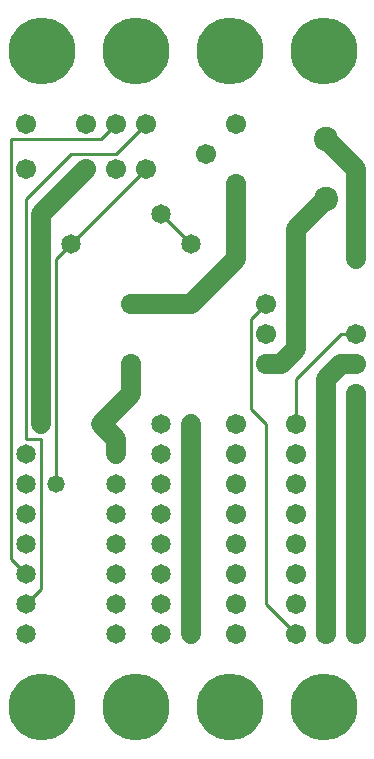
<source format=gtl>
%MOIN*%
%FSLAX25Y25*%
G04 D10 used for Character Trace; *
G04     Circle (OD=.01000) (No hole)*
G04 D11 used for Power Trace; *
G04     Circle (OD=.06700) (No hole)*
G04 D12 used for Signal Trace; *
G04     Circle (OD=.01100) (No hole)*
G04 D13 used for Via; *
G04     Circle (OD=.05800) (Round. Hole ID=.02800)*
G04 D14 used for Component hole; *
G04     Circle (OD=.06500) (Round. Hole ID=.03500)*
G04 D15 used for Component hole; *
G04     Circle (OD=.06700) (Round. Hole ID=.04300)*
G04 D16 used for Component hole; *
G04     Circle (OD=.08100) (Round. Hole ID=.05100)*
G04 D17 used for Component hole; *
G04     Circle (OD=.08900) (Round. Hole ID=.05900)*
G04 D18 used for Component hole; *
G04     Circle (OD=.11300) (Round. Hole ID=.08300)*
G04 D19 used for Component hole; *
G04     Circle (OD=.16000) (Round. Hole ID=.13000)*
G04 D20 used for Component hole; *
G04     Circle (OD=.18300) (Round. Hole ID=.15300)*
G04 D21 used for Component hole; *
G04     Circle (OD=.22291) (Round. Hole ID=.19291)*
%ADD10C,.01000*%
%ADD11C,.06700*%
%ADD12C,.01100*%
%ADD13C,.05800*%
%ADD14C,.06500*%
%ADD15C,.06700*%
%ADD16C,.08100*%
%ADD17C,.08900*%
%ADD18C,.11300*%
%ADD19C,.16000*%
%ADD20C,.18300*%
%ADD21C,.22291*%
%IPPOS*%
%LPD*%
G90*X0Y0D02*D21*X15625Y15625D03*D14*              
X40000Y40000D03*X10000D03*D21*X46875Y15625D03*D14*
X40000Y50000D03*X10000D03*D12*X15000Y55000D01*    
Y105000D01*X10000D01*Y185000D01*X25000Y200000D01* 
X40000D01*X50000Y210000D01*D15*D03*X40000D03*D12* 
X35000Y205000D01*X5000D01*Y65000D01*              
X10000Y60000D01*D14*D03*Y70000D03*Y80000D03*      
X40000Y90000D03*D13*X20000D03*D12*Y165000D01*     
X25000Y170000D01*D14*D03*D12*X50000Y195000D01*D15*
D03*X40000D03*D14*X55000Y180000D03*D12*           
X65000Y170000D01*D14*D03*D11*Y150000D02*          
X80000Y165000D01*X45000Y150000D02*X65000D01*D15*  
X45000D03*Y130000D03*D11*Y120000D01*              
X35000Y110000D01*D14*D03*D11*X40000Y105000D01*    
Y100000D01*D14*D03*X55000Y90000D03*Y100000D03*    
Y110000D03*X40000Y80000D03*X55000D03*X65000D03*   
D11*Y70000D01*D14*D03*D11*Y60000D01*D14*D03*D11*  
Y50000D01*D14*D03*D11*Y40000D01*D14*D03*          
X55000Y50000D03*Y40000D03*D15*X80000D03*Y50000D03*
Y60000D03*D14*X55000D03*X40000D03*D12*            
X100000Y40000D02*X90000Y50000D01*D15*             
X100000Y40000D03*X110000Y50000D03*D11*Y40000D01*  
D15*D03*X120000Y50000D03*D11*Y40000D01*D15*D03*   
D11*X110000Y50000D02*Y60000D01*D15*D03*D11*       
Y70000D01*D15*D03*D11*Y80000D01*D15*D03*D11*      
Y90000D01*D15*D03*D11*Y100000D01*D15*D03*D11*     
Y110000D01*D15*D03*D11*Y125000D01*                
X115000Y130000D01*X120000D01*D15*D03*Y140000D03*  
D12*X115000D01*X100000Y125000D01*Y110000D01*D15*  
D03*D12*X90000Y50000D02*Y110000D01*D15*           
X100000Y60000D03*Y50000D03*Y70000D03*X80000D03*   
X120000Y80000D03*D11*Y70000D01*D15*D03*D11*       
Y60000D01*D15*D03*D11*Y50000D01*Y80000D02*        
Y90000D01*D15*D03*D11*Y100000D01*D15*D03*D11*     
Y110000D01*D15*D03*D11*Y120000D01*D15*D03*        
X100000Y100000D03*D11*X95000Y130000D02*           
X100000Y135000D01*X90000Y130000D02*X95000D01*D15* 
X90000D03*Y140000D03*D11*X100000Y135000D02*       
Y165000D01*D14*D03*D11*Y175000D01*                
X110000Y185000D01*D16*D03*D11*X120000Y165000D02*  
Y195000D01*D14*Y165000D03*D11*Y195000D02*         
X110000Y205000D01*D16*D03*D21*X78125Y234375D03*   
D15*X80000Y210000D03*D21*X109375Y234375D03*D15*   
X80000Y190000D03*D11*Y165000D01*D15*              
X90000Y150000D03*D12*X85000Y145000D01*Y115000D01* 
X90000Y110000D01*D15*X80000Y100000D03*Y110000D03* 
Y90000D03*X100000D03*D14*X65000Y110000D03*D11*    
Y100000D01*D14*D03*D11*Y90000D01*D14*D03*D11*     
Y80000D01*D14*X55000Y70000D03*D15*X80000Y80000D03*
D14*X40000Y70000D03*D15*X100000Y80000D03*D14*     
X15000Y110000D03*D11*Y180000D01*D14*D03*D11*      
X30000Y195000D01*D15*D03*Y210000D03*X10000D03*    
Y195000D03*D21*X46875Y234375D03*D15*              
X70000Y200000D03*D21*X15625Y234375D03*D14*        
X10000Y100000D03*Y90000D03*D21*X78125Y15625D03*   
X109375D03*M02*                                   

</source>
